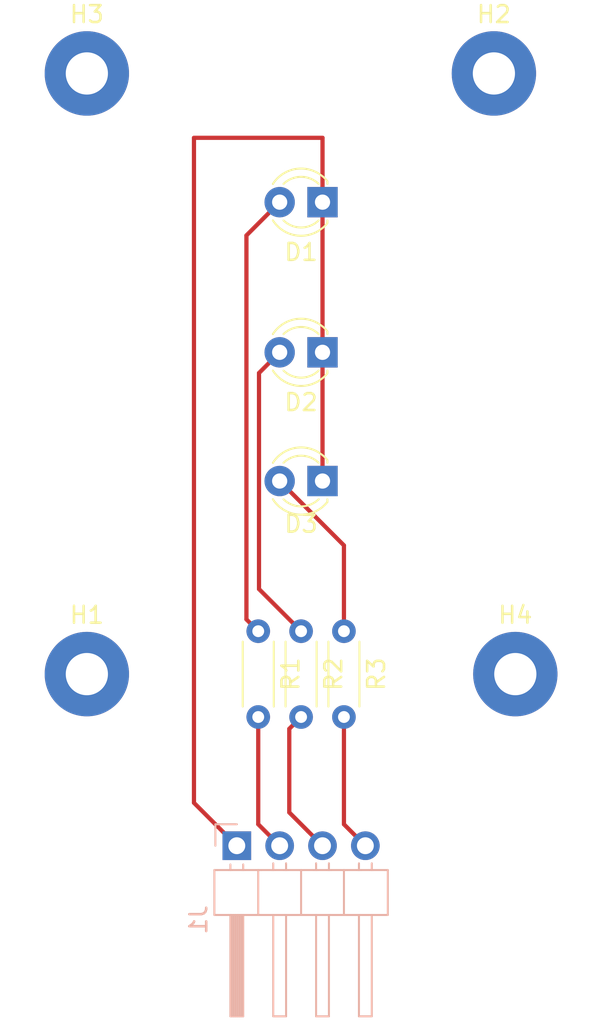
<source format=kicad_pcb>
(kicad_pcb (version 20171130) (host pcbnew 5.1.5+dfsg1-2build2)

  (general
    (thickness 1.6)
    (drawings 0)
    (tracks 24)
    (zones 0)
    (modules 11)
    (nets 8)
  )

  (page A4)
  (layers
    (0 F.Cu signal)
    (31 B.Cu signal)
    (32 B.Adhes user)
    (33 F.Adhes user)
    (34 B.Paste user)
    (35 F.Paste user)
    (36 B.SilkS user)
    (37 F.SilkS user)
    (38 B.Mask user)
    (39 F.Mask user)
    (40 Dwgs.User user)
    (41 Cmts.User user)
    (42 Eco1.User user)
    (43 Eco2.User user)
    (44 Edge.Cuts user)
    (45 Margin user)
    (46 B.CrtYd user)
    (47 F.CrtYd user)
    (48 B.Fab user)
    (49 F.Fab user)
  )

  (setup
    (last_trace_width 0.25)
    (trace_clearance 0.2)
    (zone_clearance 0.508)
    (zone_45_only no)
    (trace_min 0.2)
    (via_size 0.8)
    (via_drill 0.4)
    (via_min_size 0.4)
    (via_min_drill 0.3)
    (uvia_size 0.3)
    (uvia_drill 0.1)
    (uvias_allowed no)
    (uvia_min_size 0.2)
    (uvia_min_drill 0.1)
    (edge_width 0.05)
    (segment_width 0.2)
    (pcb_text_width 0.3)
    (pcb_text_size 1.5 1.5)
    (mod_edge_width 0.12)
    (mod_text_size 1 1)
    (mod_text_width 0.15)
    (pad_size 1.524 1.524)
    (pad_drill 0.762)
    (pad_to_mask_clearance 0.051)
    (solder_mask_min_width 0.25)
    (aux_axis_origin 0 0)
    (visible_elements FFFFFF7F)
    (pcbplotparams
      (layerselection 0x010fc_ffffffff)
      (usegerberextensions false)
      (usegerberattributes false)
      (usegerberadvancedattributes false)
      (creategerberjobfile false)
      (excludeedgelayer true)
      (linewidth 0.100000)
      (plotframeref false)
      (viasonmask false)
      (mode 1)
      (useauxorigin false)
      (hpglpennumber 1)
      (hpglpenspeed 20)
      (hpglpendiameter 15.000000)
      (psnegative false)
      (psa4output false)
      (plotreference true)
      (plotvalue true)
      (plotinvisibletext false)
      (padsonsilk false)
      (subtractmaskfromsilk false)
      (outputformat 1)
      (mirror false)
      (drillshape 1)
      (scaleselection 1)
      (outputdirectory ""))
  )

  (net 0 "")
  (net 1 "Net-(D1-Pad2)")
  (net 2 "Net-(D1-Pad1)")
  (net 3 "Net-(D2-Pad2)")
  (net 4 "Net-(D3-Pad2)")
  (net 5 "Net-(J1-Pad4)")
  (net 6 "Net-(J1-Pad3)")
  (net 7 "Net-(J1-Pad2)")

  (net_class Default "This is the default net class."
    (clearance 0.2)
    (trace_width 0.25)
    (via_dia 0.8)
    (via_drill 0.4)
    (uvia_dia 0.3)
    (uvia_drill 0.1)
    (add_net "Net-(D1-Pad1)")
    (add_net "Net-(D1-Pad2)")
    (add_net "Net-(D2-Pad2)")
    (add_net "Net-(D3-Pad2)")
    (add_net "Net-(J1-Pad2)")
    (add_net "Net-(J1-Pad3)")
    (add_net "Net-(J1-Pad4)")
  )

  (module Resistor_THT:R_Axial_DIN0204_L3.6mm_D1.6mm_P5.08mm_Horizontal (layer F.Cu) (tedit 5AE5139B) (tstamp 6022C16C)
    (at 179.07 92.71 270)
    (descr "Resistor, Axial_DIN0204 series, Axial, Horizontal, pin pitch=5.08mm, 0.167W, length*diameter=3.6*1.6mm^2, http://cdn-reichelt.de/documents/datenblatt/B400/1_4W%23YAG.pdf")
    (tags "Resistor Axial_DIN0204 series Axial Horizontal pin pitch 5.08mm 0.167W length 3.6mm diameter 1.6mm")
    (path /6022CBA9)
    (fp_text reference R3 (at 2.54 -1.92 90) (layer F.SilkS)
      (effects (font (size 1 1) (thickness 0.15)))
    )
    (fp_text value R (at 2.54 1.92 90) (layer F.Fab)
      (effects (font (size 1 1) (thickness 0.15)))
    )
    (fp_text user %R (at 2.54 0 90) (layer F.Fab)
      (effects (font (size 0.72 0.72) (thickness 0.108)))
    )
    (fp_line (start 6.03 -1.05) (end -0.95 -1.05) (layer F.CrtYd) (width 0.05))
    (fp_line (start 6.03 1.05) (end 6.03 -1.05) (layer F.CrtYd) (width 0.05))
    (fp_line (start -0.95 1.05) (end 6.03 1.05) (layer F.CrtYd) (width 0.05))
    (fp_line (start -0.95 -1.05) (end -0.95 1.05) (layer F.CrtYd) (width 0.05))
    (fp_line (start 0.62 0.92) (end 4.46 0.92) (layer F.SilkS) (width 0.12))
    (fp_line (start 0.62 -0.92) (end 4.46 -0.92) (layer F.SilkS) (width 0.12))
    (fp_line (start 5.08 0) (end 4.34 0) (layer F.Fab) (width 0.1))
    (fp_line (start 0 0) (end 0.74 0) (layer F.Fab) (width 0.1))
    (fp_line (start 4.34 -0.8) (end 0.74 -0.8) (layer F.Fab) (width 0.1))
    (fp_line (start 4.34 0.8) (end 4.34 -0.8) (layer F.Fab) (width 0.1))
    (fp_line (start 0.74 0.8) (end 4.34 0.8) (layer F.Fab) (width 0.1))
    (fp_line (start 0.74 -0.8) (end 0.74 0.8) (layer F.Fab) (width 0.1))
    (pad 2 thru_hole oval (at 5.08 0 270) (size 1.4 1.4) (drill 0.7) (layers *.Cu *.Mask)
      (net 5 "Net-(J1-Pad4)"))
    (pad 1 thru_hole circle (at 0 0 270) (size 1.4 1.4) (drill 0.7) (layers *.Cu *.Mask)
      (net 4 "Net-(D3-Pad2)"))
    (model ${KISYS3DMOD}/Resistor_THT.3dshapes/R_Axial_DIN0204_L3.6mm_D1.6mm_P5.08mm_Horizontal.wrl
      (at (xyz 0 0 0))
      (scale (xyz 1 1 1))
      (rotate (xyz 0 0 0))
    )
  )

  (module Resistor_THT:R_Axial_DIN0204_L3.6mm_D1.6mm_P5.08mm_Horizontal (layer F.Cu) (tedit 5AE5139B) (tstamp 6022C24A)
    (at 176.53 92.71 270)
    (descr "Resistor, Axial_DIN0204 series, Axial, Horizontal, pin pitch=5.08mm, 0.167W, length*diameter=3.6*1.6mm^2, http://cdn-reichelt.de/documents/datenblatt/B400/1_4W%23YAG.pdf")
    (tags "Resistor Axial_DIN0204 series Axial Horizontal pin pitch 5.08mm 0.167W length 3.6mm diameter 1.6mm")
    (path /6022C9AD)
    (fp_text reference R2 (at 2.54 -1.92 90) (layer F.SilkS)
      (effects (font (size 1 1) (thickness 0.15)))
    )
    (fp_text value R (at 2.54 1.92 90) (layer F.Fab)
      (effects (font (size 1 1) (thickness 0.15)))
    )
    (fp_text user %R (at 2.54 0) (layer F.Fab)
      (effects (font (size 0.72 0.72) (thickness 0.108)))
    )
    (fp_line (start 6.03 -1.05) (end -0.95 -1.05) (layer F.CrtYd) (width 0.05))
    (fp_line (start 6.03 1.05) (end 6.03 -1.05) (layer F.CrtYd) (width 0.05))
    (fp_line (start -0.95 1.05) (end 6.03 1.05) (layer F.CrtYd) (width 0.05))
    (fp_line (start -0.95 -1.05) (end -0.95 1.05) (layer F.CrtYd) (width 0.05))
    (fp_line (start 0.62 0.92) (end 4.46 0.92) (layer F.SilkS) (width 0.12))
    (fp_line (start 0.62 -0.92) (end 4.46 -0.92) (layer F.SilkS) (width 0.12))
    (fp_line (start 5.08 0) (end 4.34 0) (layer F.Fab) (width 0.1))
    (fp_line (start 0 0) (end 0.74 0) (layer F.Fab) (width 0.1))
    (fp_line (start 4.34 -0.8) (end 0.74 -0.8) (layer F.Fab) (width 0.1))
    (fp_line (start 4.34 0.8) (end 4.34 -0.8) (layer F.Fab) (width 0.1))
    (fp_line (start 0.74 0.8) (end 4.34 0.8) (layer F.Fab) (width 0.1))
    (fp_line (start 0.74 -0.8) (end 0.74 0.8) (layer F.Fab) (width 0.1))
    (pad 2 thru_hole oval (at 5.08 0 270) (size 1.4 1.4) (drill 0.7) (layers *.Cu *.Mask)
      (net 6 "Net-(J1-Pad3)"))
    (pad 1 thru_hole circle (at 0 0 270) (size 1.4 1.4) (drill 0.7) (layers *.Cu *.Mask)
      (net 3 "Net-(D2-Pad2)"))
    (model ${KISYS3DMOD}/Resistor_THT.3dshapes/R_Axial_DIN0204_L3.6mm_D1.6mm_P5.08mm_Horizontal.wrl
      (at (xyz 0 0 0))
      (scale (xyz 1 1 1))
      (rotate (xyz 0 0 0))
    )
  )

  (module Resistor_THT:R_Axial_DIN0204_L3.6mm_D1.6mm_P5.08mm_Horizontal (layer F.Cu) (tedit 5AE5139B) (tstamp 6022C474)
    (at 173.99 92.71 270)
    (descr "Resistor, Axial_DIN0204 series, Axial, Horizontal, pin pitch=5.08mm, 0.167W, length*diameter=3.6*1.6mm^2, http://cdn-reichelt.de/documents/datenblatt/B400/1_4W%23YAG.pdf")
    (tags "Resistor Axial_DIN0204 series Axial Horizontal pin pitch 5.08mm 0.167W length 3.6mm diameter 1.6mm")
    (path /6022C625)
    (fp_text reference R1 (at 2.54 -1.92 90) (layer F.SilkS)
      (effects (font (size 1 1) (thickness 0.15)))
    )
    (fp_text value R (at 2.54 1.92 90) (layer F.Fab)
      (effects (font (size 1 1) (thickness 0.15)))
    )
    (fp_text user %R (at 2.54 0 90) (layer F.Fab)
      (effects (font (size 0.72 0.72) (thickness 0.108)))
    )
    (fp_line (start 6.03 -1.05) (end -0.95 -1.05) (layer F.CrtYd) (width 0.05))
    (fp_line (start 6.03 1.05) (end 6.03 -1.05) (layer F.CrtYd) (width 0.05))
    (fp_line (start -0.95 1.05) (end 6.03 1.05) (layer F.CrtYd) (width 0.05))
    (fp_line (start -0.95 -1.05) (end -0.95 1.05) (layer F.CrtYd) (width 0.05))
    (fp_line (start 0.62 0.92) (end 4.46 0.92) (layer F.SilkS) (width 0.12))
    (fp_line (start 0.62 -0.92) (end 4.46 -0.92) (layer F.SilkS) (width 0.12))
    (fp_line (start 5.08 0) (end 4.34 0) (layer F.Fab) (width 0.1))
    (fp_line (start 0 0) (end 0.74 0) (layer F.Fab) (width 0.1))
    (fp_line (start 4.34 -0.8) (end 0.74 -0.8) (layer F.Fab) (width 0.1))
    (fp_line (start 4.34 0.8) (end 4.34 -0.8) (layer F.Fab) (width 0.1))
    (fp_line (start 0.74 0.8) (end 4.34 0.8) (layer F.Fab) (width 0.1))
    (fp_line (start 0.74 -0.8) (end 0.74 0.8) (layer F.Fab) (width 0.1))
    (pad 2 thru_hole oval (at 5.08 0 270) (size 1.4 1.4) (drill 0.7) (layers *.Cu *.Mask)
      (net 7 "Net-(J1-Pad2)"))
    (pad 1 thru_hole circle (at 0 0 270) (size 1.4 1.4) (drill 0.7) (layers *.Cu *.Mask)
      (net 1 "Net-(D1-Pad2)"))
    (model ${KISYS3DMOD}/Resistor_THT.3dshapes/R_Axial_DIN0204_L3.6mm_D1.6mm_P5.08mm_Horizontal.wrl
      (at (xyz 0 0 0))
      (scale (xyz 1 1 1))
      (rotate (xyz 0 0 0))
    )
  )

  (module Connector_PinHeader_2.54mm:PinHeader_1x04_P2.54mm_Horizontal (layer B.Cu) (tedit 59FED5CB) (tstamp 6022B6D6)
    (at 172.72 105.41 270)
    (descr "Through hole angled pin header, 1x04, 2.54mm pitch, 6mm pin length, single row")
    (tags "Through hole angled pin header THT 1x04 2.54mm single row")
    (path /6022D05C)
    (fp_text reference J1 (at 4.385 2.27 90) (layer B.SilkS)
      (effects (font (size 1 1) (thickness 0.15)) (justify mirror))
    )
    (fp_text value Conn_01x04 (at 4.385 -9.89 90) (layer B.Fab)
      (effects (font (size 1 1) (thickness 0.15)) (justify mirror))
    )
    (fp_text user %R (at 2.77 -3.81 180) (layer B.Fab)
      (effects (font (size 1 1) (thickness 0.15)) (justify mirror))
    )
    (fp_line (start 10.55 1.8) (end -1.8 1.8) (layer B.CrtYd) (width 0.05))
    (fp_line (start 10.55 -9.4) (end 10.55 1.8) (layer B.CrtYd) (width 0.05))
    (fp_line (start -1.8 -9.4) (end 10.55 -9.4) (layer B.CrtYd) (width 0.05))
    (fp_line (start -1.8 1.8) (end -1.8 -9.4) (layer B.CrtYd) (width 0.05))
    (fp_line (start -1.27 1.27) (end 0 1.27) (layer B.SilkS) (width 0.12))
    (fp_line (start -1.27 0) (end -1.27 1.27) (layer B.SilkS) (width 0.12))
    (fp_line (start 1.042929 -8) (end 1.44 -8) (layer B.SilkS) (width 0.12))
    (fp_line (start 1.042929 -7.24) (end 1.44 -7.24) (layer B.SilkS) (width 0.12))
    (fp_line (start 10.1 -8) (end 4.1 -8) (layer B.SilkS) (width 0.12))
    (fp_line (start 10.1 -7.24) (end 10.1 -8) (layer B.SilkS) (width 0.12))
    (fp_line (start 4.1 -7.24) (end 10.1 -7.24) (layer B.SilkS) (width 0.12))
    (fp_line (start 1.44 -6.35) (end 4.1 -6.35) (layer B.SilkS) (width 0.12))
    (fp_line (start 1.042929 -5.46) (end 1.44 -5.46) (layer B.SilkS) (width 0.12))
    (fp_line (start 1.042929 -4.7) (end 1.44 -4.7) (layer B.SilkS) (width 0.12))
    (fp_line (start 10.1 -5.46) (end 4.1 -5.46) (layer B.SilkS) (width 0.12))
    (fp_line (start 10.1 -4.7) (end 10.1 -5.46) (layer B.SilkS) (width 0.12))
    (fp_line (start 4.1 -4.7) (end 10.1 -4.7) (layer B.SilkS) (width 0.12))
    (fp_line (start 1.44 -3.81) (end 4.1 -3.81) (layer B.SilkS) (width 0.12))
    (fp_line (start 1.042929 -2.92) (end 1.44 -2.92) (layer B.SilkS) (width 0.12))
    (fp_line (start 1.042929 -2.16) (end 1.44 -2.16) (layer B.SilkS) (width 0.12))
    (fp_line (start 10.1 -2.92) (end 4.1 -2.92) (layer B.SilkS) (width 0.12))
    (fp_line (start 10.1 -2.16) (end 10.1 -2.92) (layer B.SilkS) (width 0.12))
    (fp_line (start 4.1 -2.16) (end 10.1 -2.16) (layer B.SilkS) (width 0.12))
    (fp_line (start 1.44 -1.27) (end 4.1 -1.27) (layer B.SilkS) (width 0.12))
    (fp_line (start 1.11 -0.38) (end 1.44 -0.38) (layer B.SilkS) (width 0.12))
    (fp_line (start 1.11 0.38) (end 1.44 0.38) (layer B.SilkS) (width 0.12))
    (fp_line (start 4.1 -0.28) (end 10.1 -0.28) (layer B.SilkS) (width 0.12))
    (fp_line (start 4.1 -0.16) (end 10.1 -0.16) (layer B.SilkS) (width 0.12))
    (fp_line (start 4.1 -0.04) (end 10.1 -0.04) (layer B.SilkS) (width 0.12))
    (fp_line (start 4.1 0.08) (end 10.1 0.08) (layer B.SilkS) (width 0.12))
    (fp_line (start 4.1 0.2) (end 10.1 0.2) (layer B.SilkS) (width 0.12))
    (fp_line (start 4.1 0.32) (end 10.1 0.32) (layer B.SilkS) (width 0.12))
    (fp_line (start 10.1 -0.38) (end 4.1 -0.38) (layer B.SilkS) (width 0.12))
    (fp_line (start 10.1 0.38) (end 10.1 -0.38) (layer B.SilkS) (width 0.12))
    (fp_line (start 4.1 0.38) (end 10.1 0.38) (layer B.SilkS) (width 0.12))
    (fp_line (start 4.1 1.33) (end 1.44 1.33) (layer B.SilkS) (width 0.12))
    (fp_line (start 4.1 -8.95) (end 4.1 1.33) (layer B.SilkS) (width 0.12))
    (fp_line (start 1.44 -8.95) (end 4.1 -8.95) (layer B.SilkS) (width 0.12))
    (fp_line (start 1.44 1.33) (end 1.44 -8.95) (layer B.SilkS) (width 0.12))
    (fp_line (start 4.04 -7.94) (end 10.04 -7.94) (layer B.Fab) (width 0.1))
    (fp_line (start 10.04 -7.3) (end 10.04 -7.94) (layer B.Fab) (width 0.1))
    (fp_line (start 4.04 -7.3) (end 10.04 -7.3) (layer B.Fab) (width 0.1))
    (fp_line (start -0.32 -7.94) (end 1.5 -7.94) (layer B.Fab) (width 0.1))
    (fp_line (start -0.32 -7.3) (end -0.32 -7.94) (layer B.Fab) (width 0.1))
    (fp_line (start -0.32 -7.3) (end 1.5 -7.3) (layer B.Fab) (width 0.1))
    (fp_line (start 4.04 -5.4) (end 10.04 -5.4) (layer B.Fab) (width 0.1))
    (fp_line (start 10.04 -4.76) (end 10.04 -5.4) (layer B.Fab) (width 0.1))
    (fp_line (start 4.04 -4.76) (end 10.04 -4.76) (layer B.Fab) (width 0.1))
    (fp_line (start -0.32 -5.4) (end 1.5 -5.4) (layer B.Fab) (width 0.1))
    (fp_line (start -0.32 -4.76) (end -0.32 -5.4) (layer B.Fab) (width 0.1))
    (fp_line (start -0.32 -4.76) (end 1.5 -4.76) (layer B.Fab) (width 0.1))
    (fp_line (start 4.04 -2.86) (end 10.04 -2.86) (layer B.Fab) (width 0.1))
    (fp_line (start 10.04 -2.22) (end 10.04 -2.86) (layer B.Fab) (width 0.1))
    (fp_line (start 4.04 -2.22) (end 10.04 -2.22) (layer B.Fab) (width 0.1))
    (fp_line (start -0.32 -2.86) (end 1.5 -2.86) (layer B.Fab) (width 0.1))
    (fp_line (start -0.32 -2.22) (end -0.32 -2.86) (layer B.Fab) (width 0.1))
    (fp_line (start -0.32 -2.22) (end 1.5 -2.22) (layer B.Fab) (width 0.1))
    (fp_line (start 4.04 -0.32) (end 10.04 -0.32) (layer B.Fab) (width 0.1))
    (fp_line (start 10.04 0.32) (end 10.04 -0.32) (layer B.Fab) (width 0.1))
    (fp_line (start 4.04 0.32) (end 10.04 0.32) (layer B.Fab) (width 0.1))
    (fp_line (start -0.32 -0.32) (end 1.5 -0.32) (layer B.Fab) (width 0.1))
    (fp_line (start -0.32 0.32) (end -0.32 -0.32) (layer B.Fab) (width 0.1))
    (fp_line (start -0.32 0.32) (end 1.5 0.32) (layer B.Fab) (width 0.1))
    (fp_line (start 1.5 0.635) (end 2.135 1.27) (layer B.Fab) (width 0.1))
    (fp_line (start 1.5 -8.89) (end 1.5 0.635) (layer B.Fab) (width 0.1))
    (fp_line (start 4.04 -8.89) (end 1.5 -8.89) (layer B.Fab) (width 0.1))
    (fp_line (start 4.04 1.27) (end 4.04 -8.89) (layer B.Fab) (width 0.1))
    (fp_line (start 2.135 1.27) (end 4.04 1.27) (layer B.Fab) (width 0.1))
    (pad 4 thru_hole oval (at 0 -7.62 270) (size 1.7 1.7) (drill 1) (layers *.Cu *.Mask)
      (net 5 "Net-(J1-Pad4)"))
    (pad 3 thru_hole oval (at 0 -5.08 270) (size 1.7 1.7) (drill 1) (layers *.Cu *.Mask)
      (net 6 "Net-(J1-Pad3)"))
    (pad 2 thru_hole oval (at 0 -2.54 270) (size 1.7 1.7) (drill 1) (layers *.Cu *.Mask)
      (net 7 "Net-(J1-Pad2)"))
    (pad 1 thru_hole rect (at 0 0 270) (size 1.7 1.7) (drill 1) (layers *.Cu *.Mask)
      (net 2 "Net-(D1-Pad1)"))
    (model ${KISYS3DMOD}/Connector_PinHeader_2.54mm.3dshapes/PinHeader_1x04_P2.54mm_Horizontal.wrl
      (at (xyz 0 0 0))
      (scale (xyz 1 1 1))
      (rotate (xyz 0 0 0))
    )
  )

  (module MountingHole:MountingHole_2.5mm_Pad (layer F.Cu) (tedit 56D1B4CB) (tstamp 6022B689)
    (at 189.23 95.25)
    (descr "Mounting Hole 2.5mm")
    (tags "mounting hole 2.5mm")
    (path /60241A96)
    (attr virtual)
    (fp_text reference H4 (at 0 -3.5) (layer F.SilkS)
      (effects (font (size 1 1) (thickness 0.15)))
    )
    (fp_text value MountingHole (at 0 3.5) (layer F.Fab)
      (effects (font (size 1 1) (thickness 0.15)))
    )
    (fp_circle (center 0 0) (end 2.75 0) (layer F.CrtYd) (width 0.05))
    (fp_circle (center 0 0) (end 2.5 0) (layer Cmts.User) (width 0.15))
    (fp_text user %R (at 0.3 0) (layer F.Fab)
      (effects (font (size 1 1) (thickness 0.15)))
    )
    (pad 1 thru_hole circle (at 0 0) (size 5 5) (drill 2.5) (layers *.Cu *.Mask))
  )

  (module MountingHole:MountingHole_2.5mm_Pad (layer F.Cu) (tedit 56D1B4CB) (tstamp 6022B681)
    (at 163.83 59.69)
    (descr "Mounting Hole 2.5mm")
    (tags "mounting hole 2.5mm")
    (path /60241881)
    (attr virtual)
    (fp_text reference H3 (at 0 -3.5) (layer F.SilkS)
      (effects (font (size 1 1) (thickness 0.15)))
    )
    (fp_text value MountingHole (at 0 3.5) (layer F.Fab)
      (effects (font (size 1 1) (thickness 0.15)))
    )
    (fp_circle (center 0 0) (end 2.75 0) (layer F.CrtYd) (width 0.05))
    (fp_circle (center 0 0) (end 2.5 0) (layer Cmts.User) (width 0.15))
    (fp_text user %R (at 0.3 0) (layer F.Fab)
      (effects (font (size 1 1) (thickness 0.15)))
    )
    (pad 1 thru_hole circle (at 0 0) (size 5 5) (drill 2.5) (layers *.Cu *.Mask))
  )

  (module MountingHole:MountingHole_2.5mm_Pad (layer F.Cu) (tedit 56D1B4CB) (tstamp 6022B679)
    (at 187.96 59.69)
    (descr "Mounting Hole 2.5mm")
    (tags "mounting hole 2.5mm")
    (path /60241691)
    (attr virtual)
    (fp_text reference H2 (at 0 -3.5) (layer F.SilkS)
      (effects (font (size 1 1) (thickness 0.15)))
    )
    (fp_text value MountingHole (at 0 3.5) (layer F.Fab)
      (effects (font (size 1 1) (thickness 0.15)))
    )
    (fp_circle (center 0 0) (end 2.75 0) (layer F.CrtYd) (width 0.05))
    (fp_circle (center 0 0) (end 2.5 0) (layer Cmts.User) (width 0.15))
    (fp_text user %R (at 0.3 0) (layer F.Fab)
      (effects (font (size 1 1) (thickness 0.15)))
    )
    (pad 1 thru_hole circle (at 0 0) (size 5 5) (drill 2.5) (layers *.Cu *.Mask))
  )

  (module MountingHole:MountingHole_2.5mm_Pad (layer F.Cu) (tedit 56D1B4CB) (tstamp 6022B671)
    (at 163.83 95.25)
    (descr "Mounting Hole 2.5mm")
    (tags "mounting hole 2.5mm")
    (path /60240D4B)
    (attr virtual)
    (fp_text reference H1 (at 0 -3.5) (layer F.SilkS)
      (effects (font (size 1 1) (thickness 0.15)))
    )
    (fp_text value MountingHole (at 0 3.5) (layer F.Fab)
      (effects (font (size 1 1) (thickness 0.15)))
    )
    (fp_circle (center 0 0) (end 2.75 0) (layer F.CrtYd) (width 0.05))
    (fp_circle (center 0 0) (end 2.5 0) (layer Cmts.User) (width 0.15))
    (fp_text user %R (at 0.3 0) (layer F.Fab)
      (effects (font (size 1 1) (thickness 0.15)))
    )
    (pad 1 thru_hole circle (at 0 0) (size 5 5) (drill 2.5) (layers *.Cu *.Mask))
  )

  (module LED_THT:LED_D3.0mm (layer F.Cu) (tedit 587A3A7B) (tstamp 6022B669)
    (at 177.8 83.82 180)
    (descr "LED, diameter 3.0mm, 2 pins")
    (tags "LED diameter 3.0mm 2 pins")
    (path /6022C37E)
    (fp_text reference D3 (at 1.27 -2.54) (layer F.SilkS)
      (effects (font (size 1 1) (thickness 0.15)))
    )
    (fp_text value LED (at 1.27 2.96) (layer F.Fab)
      (effects (font (size 1 1) (thickness 0.15)))
    )
    (fp_line (start 3.7 -2.25) (end -1.15 -2.25) (layer F.CrtYd) (width 0.05))
    (fp_line (start 3.7 2.25) (end 3.7 -2.25) (layer F.CrtYd) (width 0.05))
    (fp_line (start -1.15 2.25) (end 3.7 2.25) (layer F.CrtYd) (width 0.05))
    (fp_line (start -1.15 -2.25) (end -1.15 2.25) (layer F.CrtYd) (width 0.05))
    (fp_line (start -0.29 1.08) (end -0.29 1.236) (layer F.SilkS) (width 0.12))
    (fp_line (start -0.29 -1.236) (end -0.29 -1.08) (layer F.SilkS) (width 0.12))
    (fp_line (start -0.23 -1.16619) (end -0.23 1.16619) (layer F.Fab) (width 0.1))
    (fp_circle (center 1.27 0) (end 2.77 0) (layer F.Fab) (width 0.1))
    (fp_arc (start 1.27 0) (end 0.229039 1.08) (angle -87.9) (layer F.SilkS) (width 0.12))
    (fp_arc (start 1.27 0) (end 0.229039 -1.08) (angle 87.9) (layer F.SilkS) (width 0.12))
    (fp_arc (start 1.27 0) (end -0.29 1.235516) (angle -108.8) (layer F.SilkS) (width 0.12))
    (fp_arc (start 1.27 0) (end -0.29 -1.235516) (angle 108.8) (layer F.SilkS) (width 0.12))
    (fp_arc (start 1.27 0) (end -0.23 -1.16619) (angle 284.3) (layer F.Fab) (width 0.1))
    (pad 2 thru_hole circle (at 2.54 0 180) (size 1.8 1.8) (drill 0.9) (layers *.Cu *.Mask)
      (net 4 "Net-(D3-Pad2)"))
    (pad 1 thru_hole rect (at 0 0 180) (size 1.8 1.8) (drill 0.9) (layers *.Cu *.Mask)
      (net 2 "Net-(D1-Pad1)"))
    (model ${KISYS3DMOD}/LED_THT.3dshapes/LED_D3.0mm.wrl
      (at (xyz 0 0 0))
      (scale (xyz 1 1 1))
      (rotate (xyz 0 0 0))
    )
  )

  (module LED_THT:LED_D3.0mm (layer F.Cu) (tedit 587A3A7B) (tstamp 6022B656)
    (at 177.8 76.2 180)
    (descr "LED, diameter 3.0mm, 2 pins")
    (tags "LED diameter 3.0mm 2 pins")
    (path /6022C039)
    (fp_text reference D2 (at 1.27 -2.96) (layer F.SilkS)
      (effects (font (size 1 1) (thickness 0.15)))
    )
    (fp_text value LED (at 1.27 2.96) (layer F.Fab)
      (effects (font (size 1 1) (thickness 0.15)))
    )
    (fp_line (start 3.7 -2.25) (end -1.15 -2.25) (layer F.CrtYd) (width 0.05))
    (fp_line (start 3.7 2.25) (end 3.7 -2.25) (layer F.CrtYd) (width 0.05))
    (fp_line (start -1.15 2.25) (end 3.7 2.25) (layer F.CrtYd) (width 0.05))
    (fp_line (start -1.15 -2.25) (end -1.15 2.25) (layer F.CrtYd) (width 0.05))
    (fp_line (start -0.29 1.08) (end -0.29 1.236) (layer F.SilkS) (width 0.12))
    (fp_line (start -0.29 -1.236) (end -0.29 -1.08) (layer F.SilkS) (width 0.12))
    (fp_line (start -0.23 -1.16619) (end -0.23 1.16619) (layer F.Fab) (width 0.1))
    (fp_circle (center 1.27 0) (end 2.77 0) (layer F.Fab) (width 0.1))
    (fp_arc (start 1.27 0) (end 0.229039 1.08) (angle -87.9) (layer F.SilkS) (width 0.12))
    (fp_arc (start 1.27 0) (end 0.229039 -1.08) (angle 87.9) (layer F.SilkS) (width 0.12))
    (fp_arc (start 1.27 0) (end -0.29 1.235516) (angle -108.8) (layer F.SilkS) (width 0.12))
    (fp_arc (start 1.27 0) (end -0.29 -1.235516) (angle 108.8) (layer F.SilkS) (width 0.12))
    (fp_arc (start 1.27 0) (end -0.23 -1.16619) (angle 284.3) (layer F.Fab) (width 0.1))
    (pad 2 thru_hole circle (at 2.54 0 180) (size 1.8 1.8) (drill 0.9) (layers *.Cu *.Mask)
      (net 3 "Net-(D2-Pad2)"))
    (pad 1 thru_hole rect (at 0 0 180) (size 1.8 1.8) (drill 0.9) (layers *.Cu *.Mask)
      (net 2 "Net-(D1-Pad1)"))
    (model ${KISYS3DMOD}/LED_THT.3dshapes/LED_D3.0mm.wrl
      (at (xyz 0 0 0))
      (scale (xyz 1 1 1))
      (rotate (xyz 0 0 0))
    )
  )

  (module LED_THT:LED_D3.0mm (layer F.Cu) (tedit 587A3A7B) (tstamp 6022B643)
    (at 177.8 67.31 180)
    (descr "LED, diameter 3.0mm, 2 pins")
    (tags "LED diameter 3.0mm 2 pins")
    (path /6022BCC5)
    (fp_text reference D1 (at 1.27 -2.96) (layer F.SilkS)
      (effects (font (size 1 1) (thickness 0.15)))
    )
    (fp_text value LED (at 1.27 2.96) (layer F.Fab)
      (effects (font (size 1 1) (thickness 0.15)))
    )
    (fp_line (start 3.7 -2.25) (end -1.15 -2.25) (layer F.CrtYd) (width 0.05))
    (fp_line (start 3.7 2.25) (end 3.7 -2.25) (layer F.CrtYd) (width 0.05))
    (fp_line (start -1.15 2.25) (end 3.7 2.25) (layer F.CrtYd) (width 0.05))
    (fp_line (start -1.15 -2.25) (end -1.15 2.25) (layer F.CrtYd) (width 0.05))
    (fp_line (start -0.29 1.08) (end -0.29 1.236) (layer F.SilkS) (width 0.12))
    (fp_line (start -0.29 -1.236) (end -0.29 -1.08) (layer F.SilkS) (width 0.12))
    (fp_line (start -0.23 -1.16619) (end -0.23 1.16619) (layer F.Fab) (width 0.1))
    (fp_circle (center 1.27 0) (end 2.77 0) (layer F.Fab) (width 0.1))
    (fp_arc (start 1.27 0) (end 0.229039 1.08) (angle -87.9) (layer F.SilkS) (width 0.12))
    (fp_arc (start 1.27 0) (end 0.229039 -1.08) (angle 87.9) (layer F.SilkS) (width 0.12))
    (fp_arc (start 1.27 0) (end -0.29 1.235516) (angle -108.8) (layer F.SilkS) (width 0.12))
    (fp_arc (start 1.27 0) (end -0.29 -1.235516) (angle 108.8) (layer F.SilkS) (width 0.12))
    (fp_arc (start 1.27 0) (end -0.23 -1.16619) (angle 284.3) (layer F.Fab) (width 0.1))
    (pad 2 thru_hole circle (at 2.54 0 180) (size 1.8 1.8) (drill 0.9) (layers *.Cu *.Mask)
      (net 1 "Net-(D1-Pad2)"))
    (pad 1 thru_hole rect (at 0 0 180) (size 1.8 1.8) (drill 0.9) (layers *.Cu *.Mask)
      (net 2 "Net-(D1-Pad1)"))
    (model ${KISYS3DMOD}/LED_THT.3dshapes/LED_D3.0mm.wrl
      (at (xyz 0 0 0))
      (scale (xyz 1 1 1))
      (rotate (xyz 0 0 0))
    )
  )

  (segment (start 174.360001 68.209999) (end 175.26 67.31) (width 0.25) (layer F.Cu) (net 1))
  (segment (start 173.290001 92.010001) (end 173.290001 69.279999) (width 0.25) (layer F.Cu) (net 1))
  (segment (start 173.290001 69.279999) (end 174.360001 68.209999) (width 0.25) (layer F.Cu) (net 1))
  (segment (start 173.99 92.71) (end 173.290001 92.010001) (width 0.25) (layer F.Cu) (net 1))
  (segment (start 177.8 67.31) (end 177.8 76.2) (width 0.25) (layer F.Cu) (net 2))
  (segment (start 177.8 76.2) (end 177.8 83.82) (width 0.25) (layer F.Cu) (net 2))
  (segment (start 172.72 105.41) (end 170.18 102.87) (width 0.25) (layer F.Cu) (net 2))
  (segment (start 170.18 102.87) (end 170.18 63.5) (width 0.25) (layer F.Cu) (net 2))
  (segment (start 170.18 63.5) (end 177.8 63.5) (width 0.25) (layer F.Cu) (net 2))
  (segment (start 177.8 63.5) (end 177.8 67.31) (width 0.25) (layer F.Cu) (net 2))
  (segment (start 174.360001 77.099999) (end 175.26 76.2) (width 0.25) (layer F.Cu) (net 3))
  (segment (start 174.034999 77.425001) (end 174.360001 77.099999) (width 0.25) (layer F.Cu) (net 3))
  (segment (start 174.034999 90.214999) (end 174.034999 77.425001) (width 0.25) (layer F.Cu) (net 3))
  (segment (start 176.53 92.71) (end 174.034999 90.214999) (width 0.25) (layer F.Cu) (net 3))
  (segment (start 179.07 87.63) (end 175.26 83.82) (width 0.25) (layer F.Cu) (net 4))
  (segment (start 179.07 92.71) (end 179.07 87.63) (width 0.25) (layer F.Cu) (net 4))
  (segment (start 179.07 104.14) (end 180.34 105.41) (width 0.25) (layer F.Cu) (net 5))
  (segment (start 179.07 97.79) (end 179.07 104.14) (width 0.25) (layer F.Cu) (net 5))
  (segment (start 176.950001 104.560001) (end 177.8 105.41) (width 0.25) (layer F.Cu) (net 6))
  (segment (start 175.830001 103.440001) (end 176.950001 104.560001) (width 0.25) (layer F.Cu) (net 6))
  (segment (start 175.830001 98.489999) (end 175.830001 103.440001) (width 0.25) (layer F.Cu) (net 6))
  (segment (start 176.53 97.79) (end 175.830001 98.489999) (width 0.25) (layer F.Cu) (net 6))
  (segment (start 173.99 104.14) (end 175.26 105.41) (width 0.25) (layer F.Cu) (net 7))
  (segment (start 173.99 97.79) (end 173.99 104.14) (width 0.25) (layer F.Cu) (net 7))

)

</source>
